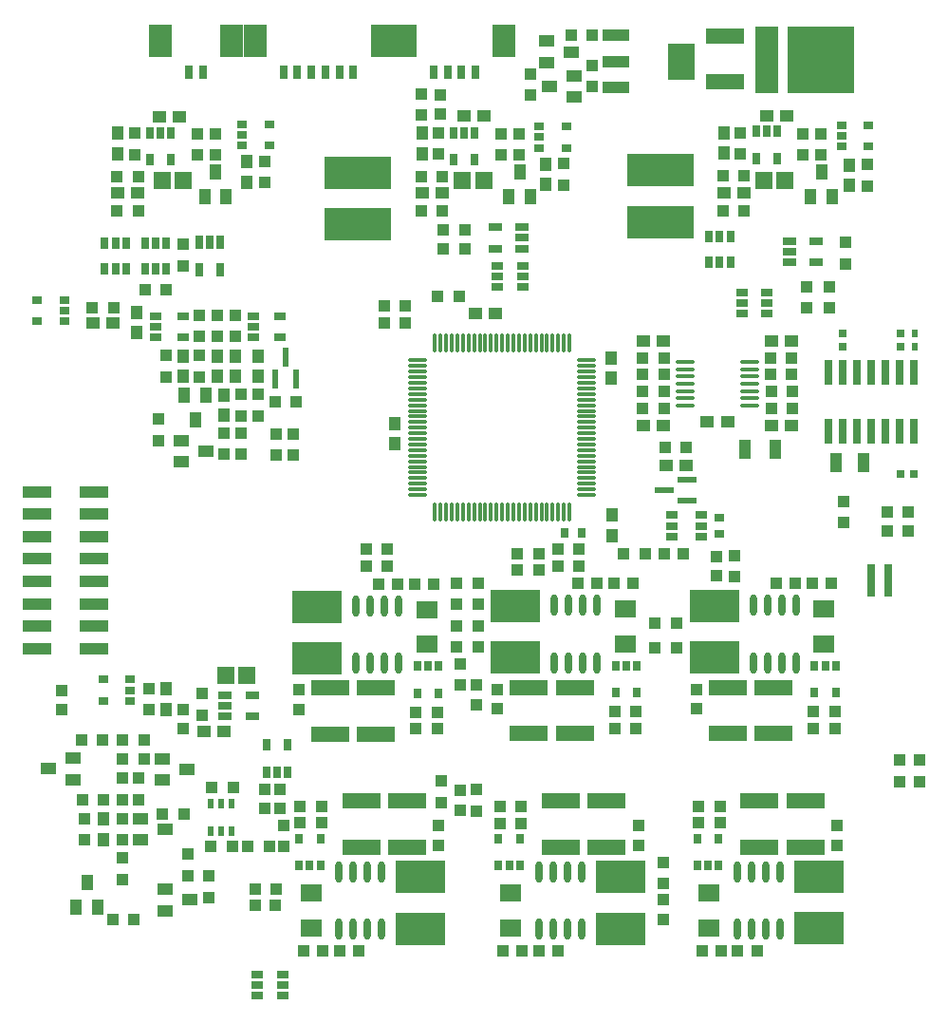
<source format=gbp>
%FSLAX44Y44*%
%MOMM*%
G71*
G01*
G75*
G04 Layer_Color=128*
%ADD10C,2.0000*%
%ADD11R,5.6000X6.3500*%
%ADD12R,0.9100X3.0000*%
%ADD13R,3.5000X1.4000*%
%ADD14R,1.4000X3.5000*%
%ADD15R,1.1000X1.1000*%
%ADD16R,1.0000X0.7000*%
%ADD17R,0.8000X1.3000*%
%ADD18R,2.1000X3.0000*%
%ADD19R,4.0000X4.0000*%
%ADD20R,6.0000X6.0000*%
%ADD21R,6.0000X2.0000*%
%ADD22R,4.5000X3.0000*%
%ADD23R,1.1000X1.2000*%
%ADD24R,1.5000X1.9000*%
%ADD25R,0.6100X1.2700*%
%ADD26R,3.9100X3.7500*%
%ADD27R,1.2000X1.1000*%
%ADD28R,1.0000X1.1000*%
G04:AMPARAMS|DCode=29|XSize=4mm|YSize=10mm|CornerRadius=1mm|HoleSize=0mm|Usage=FLASHONLY|Rotation=0.000|XOffset=0mm|YOffset=0mm|HoleType=Round|Shape=RoundedRectangle|*
%AMROUNDEDRECTD29*
21,1,4.0000,8.0000,0,0,0.0*
21,1,2.0000,10.0000,0,0,0.0*
1,1,2.0000,1.0000,-4.0000*
1,1,2.0000,-1.0000,-4.0000*
1,1,2.0000,-1.0000,4.0000*
1,1,2.0000,1.0000,4.0000*
%
%ADD29ROUNDEDRECTD29*%
%ADD30R,2.0000X1.2000*%
%ADD31R,3.2000X1.0000*%
%ADD32R,1.7500X0.6000*%
%ADD33R,2.8500X3.6000*%
%ADD34R,0.6500X1.0500*%
%ADD35C,0.6000*%
%ADD36C,0.5000*%
%ADD37C,0.2000*%
%ADD38C,0.3000*%
%ADD39C,3.0000*%
%ADD40C,0.8000*%
%ADD41C,1.0000*%
%ADD42C,0.9000*%
%ADD43C,2.5000*%
%ADD44R,7.4500X4.6250*%
%ADD45R,9.9750X4.0250*%
%ADD46R,5.1750X10.4000*%
%ADD47R,4.5050X10.5100*%
%ADD48R,6.0000X12.8250*%
%ADD49R,3.6750X7.1250*%
%ADD50R,4.4500X9.4500*%
%ADD51R,3.3500X4.9500*%
%ADD52R,2.7750X4.9500*%
%ADD53R,2.4750X3.0000*%
%ADD54R,1.6750X2.9750*%
%ADD55R,3.4750X1.4000*%
%ADD56R,1.9750X6.4580*%
%ADD57R,1.0000X0.5750*%
%ADD58R,6.0000X14.0500*%
%ADD59R,2.4000X2.8960*%
%ADD60R,6.1000X8.1000*%
%ADD61R,10.7750X4.8000*%
%ADD62R,7.8000X3.9750*%
%ADD63R,2.4320X7.9440*%
%ADD64R,3.8000X37.1000*%
%ADD65R,21.1000X4.0500*%
%ADD66R,10.8840X4.8000*%
%ADD67R,2.4000X6.0670*%
%ADD68R,52.1900X2.9500*%
%ADD69R,4.5050X14.9600*%
%ADD70R,0.9250X1.1250*%
%ADD71R,4.5300X15.0600*%
%ADD72R,4.3240X3.9600*%
%ADD73R,2.0500X3.1000*%
%ADD74R,2.0500X3.1500*%
%ADD75R,2.5750X2.6000*%
%ADD76R,2.0750X2.9750*%
%ADD77R,2.0500X2.4750*%
%ADD78R,2.5250X2.6750*%
%ADD79R,2.0750X1.9250*%
%ADD80R,2.0500X2.6500*%
%ADD81R,2.6500X3.9750*%
%ADD82R,2.0500X3.3750*%
%ADD83R,2.0500X3.8750*%
%ADD84R,2.0500X3.2750*%
%ADD85R,2.0500X3.4000*%
%ADD86R,2.0500X3.1250*%
%ADD87R,2.4250X1.3000*%
%ADD88R,22.6250X3.2250*%
%ADD89R,21.7000X7.1000*%
%ADD90R,3.2250X18.4000*%
%ADD91R,6.9750X10.0250*%
%ADD92C,1.5000*%
%ADD93C,2.5000*%
%ADD94C,4.0000*%
%ADD95R,1.5000X1.5000*%
%ADD96R,1.5000X1.5000*%
%ADD97C,0.8000*%
%ADD98C,1.0000*%
%ADD99C,1.2000*%
%ADD100C,6.0000*%
%ADD101C,1.7000*%
%ADD102C,1.8000*%
%ADD103C,0.6600*%
%ADD104C,1.5000*%
%ADD105C,0.4000*%
%ADD106C,0.2500*%
%ADD107R,3.3750X5.0250*%
%ADD108R,2.3750X1.3000*%
%ADD109R,2.4250X1.6250*%
%ADD110R,3.4250X0.7750*%
%ADD111R,2.6000X1.7250*%
%ADD112R,3.5250X0.8250*%
%ADD113R,2.4000X1.6250*%
%ADD114R,1.4500X2.4500*%
%ADD115R,2.6250X1.7750*%
%ADD116R,3.5250X0.9500*%
%ADD117R,3.3750X34.9250*%
%ADD118R,5.3250X2.3250*%
%ADD119R,6.0000X2.2500*%
%ADD120R,6.0750X2.3000*%
%ADD121C,5.8000*%
%ADD122C,1.0160*%
%ADD123C,2.0160*%
%ADD124C,1.9160*%
%ADD125C,1.3160*%
%ADD126C,1.5160*%
%ADD127C,1.6160*%
%ADD128C,1.8160*%
%ADD129C,0.2540*%
%ADD130C,3.5160*%
%ADD131C,3.2160*%
%ADD132C,4.0160*%
%ADD133C,1.3460*%
%ADD134R,2.3000X4.9750*%
%ADD135R,3.1000X1.5250*%
%ADD136R,2.5000X1.7250*%
%ADD137R,2.6750X1.7750*%
%ADD138R,3.6000X1.0000*%
%ADD139R,2.5250X1.6750*%
%ADD140R,1.5000X2.5250*%
%ADD141R,3.5500X0.8500*%
%ADD142R,2.7000X1.7500*%
%ADD143R,3.4250X1.0750*%
%ADD144R,3.5250X1.0500*%
%ADD145R,2.4250X1.7250*%
%ADD146R,2.4500X1.6500*%
%ADD147R,2.4500X1.2500*%
%ADD148R,5.3000X2.3000*%
%ADD149R,6.0250X2.3000*%
%ADD150R,6.0500X2.3250*%
%ADD151R,3.4250X34.9500*%
%ADD152C,0.2000*%
%ADD153R,0.9000X0.7000*%
%ADD154R,0.8000X0.7000*%
%ADD155R,0.7000X0.8000*%
%ADD156R,1.1000X1.1000*%
%ADD157R,1.3000X0.7000*%
%ADD158R,1.4000X1.0000*%
%ADD159R,1.0500X0.6500*%
%ADD160R,0.6500X0.9000*%
%ADD161R,1.0800X1.0500*%
%ADD162R,1.9000X1.5000*%
%ADD163R,1.1000X0.6500*%
%ADD164R,0.9000X0.6500*%
%ADD165R,0.6500X1.1000*%
%ADD166R,1.0000X1.4000*%
%ADD167R,6.0000X3.0000*%
%ADD168R,1.5000X1.6000*%
%ADD169O,0.6000X1.9500*%
%ADD170R,1.8000X0.6000*%
%ADD171R,1.0500X1.0800*%
%ADD172O,1.8000X0.3000*%
%ADD173O,0.3000X1.8000*%
%ADD174R,2.5000X1.0000*%
%ADD175R,0.6000X0.8000*%
%ADD176R,1.1000X1.8000*%
%ADD177R,0.6500X3.0000*%
%ADD178O,1.7000X0.3500*%
%ADD179R,0.7000X0.9000*%
%ADD180R,0.6500X2.2000*%
%ADD181R,2.4000X3.3000*%
%ADD182R,2.4000X1.0000*%
%ADD183R,0.6000X1.8000*%
%ADD184R,0.5500X0.9500*%
%ADD185R,6.0000X6.0000*%
%ADD186R,2.0000X6.0000*%
%ADD187R,1.0000X1.8000*%
%ADD188R,0.7000X1.3000*%
%ADD189R,2.1000X2.0000*%
%ADD190R,2.6500X3.0250*%
%ADD191R,2.2500X3.0000*%
%ADD192R,5.4000X2.4750*%
%ADD193R,6.1250X2.4250*%
%ADD194R,6.2500X2.4250*%
%ADD195R,3.5000X3.9000*%
%ADD196R,1.3000X3.2000*%
%ADD197R,4.9000X1.5000*%
%ADD198R,1.7000X3.2000*%
%ADD199R,13.8000X1.3000*%
%ADD200R,3.1000X4.5000*%
%ADD201R,52.4000X2.9500*%
%ADD202R,2.7000X3.3000*%
%ADD203R,7.1000X2.5000*%
%ADD204R,4.9000X2.7000*%
%ADD205R,4.7000X1.9000*%
%ADD206R,2.7000X3.5000*%
%ADD207R,2.7000X2.7000*%
%ADD208R,2.7000X1.8000*%
%ADD209R,2.7000X1.9000*%
%ADD210R,2.7000X3.9000*%
%ADD211R,2.7000X3.6000*%
%ADD212R,32.3500X1.3000*%
%ADD213R,0.6100X3.1400*%
%ADD214R,3.2000X1.7100*%
%ADD215R,2.4800X2.0750*%
%ADD216R,0.6000X1.8000*%
%ADD217R,0.6000X2.8900*%
%ADD218R,1.4900X1.4000*%
%ADD219R,2.4800X2.0270*%
%ADD220R,2.4800X2.0440*%
%ADD221R,2.4800X2.1920*%
%ADD222R,2.4800X1.9810*%
%ADD223R,0.6000X2.3100*%
%ADD224R,2.4800X2.0650*%
%ADD225R,7.8750X3.0000*%
%ADD226R,2.7000X12.4250*%
%ADD227R,15.4900X3.0000*%
%ADD228R,2.4750X2.8750*%
%ADD229R,2.4750X2.9000*%
%ADD230R,2.4750X4.2000*%
%ADD231R,1.0250X3.6500*%
%ADD232R,3.5250X2.3500*%
%ADD233R,2.2500X3.0000*%
D13*
X660710Y142190D02*
D03*
Y101190D02*
D03*
X305250Y101080D02*
D03*
Y142080D02*
D03*
X483360Y142060D02*
D03*
Y101060D02*
D03*
X591280Y243520D02*
D03*
Y202520D02*
D03*
X413890Y202500D02*
D03*
Y243500D02*
D03*
X236600Y242900D02*
D03*
Y201900D02*
D03*
X619710Y142190D02*
D03*
Y101190D02*
D03*
X264250Y101080D02*
D03*
Y142080D02*
D03*
X442360Y142060D02*
D03*
Y101060D02*
D03*
X632280Y243520D02*
D03*
Y202520D02*
D03*
X454890Y202500D02*
D03*
Y243500D02*
D03*
X277600Y242900D02*
D03*
Y201900D02*
D03*
X589000Y783000D02*
D03*
Y824000D02*
D03*
D15*
X204000Y469500D02*
D03*
Y450500D02*
D03*
X318000Y753500D02*
D03*
Y772500D02*
D03*
X696500Y640000D02*
D03*
Y621000D02*
D03*
X105000Y638500D02*
D03*
Y619500D02*
D03*
X662000Y600500D02*
D03*
Y581500D02*
D03*
X682000Y600500D02*
D03*
Y581500D02*
D03*
X195500Y101500D02*
D03*
Y120500D02*
D03*
X470000Y798000D02*
D03*
Y779000D02*
D03*
X122000Y237750D02*
D03*
Y218750D02*
D03*
X415000Y771500D02*
D03*
Y790500D02*
D03*
X109500Y95000D02*
D03*
Y76000D02*
D03*
X65500Y143500D02*
D03*
Y162500D02*
D03*
X51000Y107500D02*
D03*
Y126500D02*
D03*
Y143500D02*
D03*
Y162500D02*
D03*
X51000Y91500D02*
D03*
Y72500D02*
D03*
X17000Y126500D02*
D03*
Y107500D02*
D03*
X90000Y539500D02*
D03*
Y520500D02*
D03*
X157000Y504500D02*
D03*
Y485500D02*
D03*
X142000Y451500D02*
D03*
Y470500D02*
D03*
X172000Y485500D02*
D03*
Y504500D02*
D03*
X157000Y451500D02*
D03*
Y470500D02*
D03*
X120000Y556500D02*
D03*
Y575500D02*
D03*
X83000Y463500D02*
D03*
Y482500D02*
D03*
X120000Y520500D02*
D03*
Y539500D02*
D03*
X152000Y556500D02*
D03*
Y575500D02*
D03*
X136000Y556500D02*
D03*
Y575500D02*
D03*
X602660Y738040D02*
D03*
Y719040D02*
D03*
X333320Y737810D02*
D03*
Y718810D02*
D03*
X62000Y737500D02*
D03*
Y718500D02*
D03*
X674660Y718040D02*
D03*
Y737040D02*
D03*
X405320Y717810D02*
D03*
Y736810D02*
D03*
X133840Y717830D02*
D03*
Y736830D02*
D03*
X658660Y737040D02*
D03*
Y718040D02*
D03*
X389320Y736810D02*
D03*
Y717810D02*
D03*
X117840Y736830D02*
D03*
Y717830D02*
D03*
X128000Y75500D02*
D03*
Y56500D02*
D03*
X695000Y390500D02*
D03*
Y409500D02*
D03*
X75000Y223500D02*
D03*
Y242500D02*
D03*
X178000Y712500D02*
D03*
Y693500D02*
D03*
X445000Y710500D02*
D03*
Y691500D02*
D03*
X716000Y709500D02*
D03*
Y690500D02*
D03*
X353000Y245500D02*
D03*
Y264500D02*
D03*
X597000Y361000D02*
D03*
Y342000D02*
D03*
X367000Y152500D02*
D03*
Y133500D02*
D03*
X534000Y68500D02*
D03*
Y87500D02*
D03*
X745000Y159500D02*
D03*
Y178500D02*
D03*
X762000Y159500D02*
D03*
Y178500D02*
D03*
X335500Y141000D02*
D03*
Y160000D02*
D03*
X188500Y469500D02*
D03*
Y450500D02*
D03*
D16*
X567500Y378000D02*
D03*
Y387500D02*
D03*
Y397000D02*
D03*
X541500Y397000D02*
D03*
Y387500D02*
D03*
Y378000D02*
D03*
D17*
X232250Y791500D02*
D03*
X219750D02*
D03*
X207250D02*
D03*
X194750D02*
D03*
X244750D02*
D03*
X257250D02*
D03*
X366250D02*
D03*
X353750D02*
D03*
X341250D02*
D03*
X328750D02*
D03*
X123000Y791500D02*
D03*
X110500D02*
D03*
D18*
X169390Y819880D02*
D03*
X282890D02*
D03*
X391890Y819880D02*
D03*
X303390D02*
D03*
X148640Y819880D02*
D03*
X85140D02*
D03*
D22*
X672710Y28690D02*
D03*
Y74690D02*
D03*
X317250Y28580D02*
D03*
Y74580D02*
D03*
X495360Y28560D02*
D03*
Y74560D02*
D03*
X579280Y316020D02*
D03*
Y270020D02*
D03*
X401890Y316000D02*
D03*
Y270000D02*
D03*
X224600Y315400D02*
D03*
Y269400D02*
D03*
D23*
X172000Y539000D02*
D03*
Y521000D02*
D03*
X136000Y539000D02*
D03*
Y521000D02*
D03*
X487000Y537000D02*
D03*
Y519000D02*
D03*
X294000Y479000D02*
D03*
Y461000D02*
D03*
X34000Y126000D02*
D03*
Y108000D02*
D03*
X105000Y539000D02*
D03*
Y521000D02*
D03*
X142000Y504000D02*
D03*
Y486000D02*
D03*
X152000Y521000D02*
D03*
Y539000D02*
D03*
X587660Y737540D02*
D03*
Y719540D02*
D03*
X318320Y737310D02*
D03*
Y719310D02*
D03*
X46840Y737330D02*
D03*
Y719330D02*
D03*
X90000Y224000D02*
D03*
Y242000D02*
D03*
X64000Y578000D02*
D03*
Y560000D02*
D03*
X162000Y694000D02*
D03*
Y712000D02*
D03*
X429000Y692000D02*
D03*
Y710000D02*
D03*
X700000Y691000D02*
D03*
Y709000D02*
D03*
X488000Y379000D02*
D03*
Y397000D02*
D03*
D27*
X124000Y204000D02*
D03*
X142000D02*
D03*
X644000Y753000D02*
D03*
X626000D02*
D03*
X374000D02*
D03*
X356000D02*
D03*
X102000Y752000D02*
D03*
X84000D02*
D03*
X43000Y568000D02*
D03*
X25000D02*
D03*
X383750Y577000D02*
D03*
X365750D02*
D03*
X573000Y480250D02*
D03*
X591000D02*
D03*
X516000Y552250D02*
D03*
X534000D02*
D03*
X516000Y477250D02*
D03*
X534000D02*
D03*
X648500Y477250D02*
D03*
X630500D02*
D03*
X648000Y552250D02*
D03*
X630000D02*
D03*
X554000Y441500D02*
D03*
X536000D02*
D03*
X587660Y684290D02*
D03*
X605660D02*
D03*
X318320Y684060D02*
D03*
X336320D02*
D03*
X46840Y684080D02*
D03*
X64840D02*
D03*
D28*
X178000Y135500D02*
D03*
Y152500D02*
D03*
X334500Y771500D02*
D03*
Y754500D02*
D03*
X105000Y223500D02*
D03*
Y206500D02*
D03*
X-3000Y240500D02*
D03*
Y223500D02*
D03*
X244751Y8580D02*
D03*
X261751D02*
D03*
X422861Y8560D02*
D03*
X439861D02*
D03*
X651779Y336020D02*
D03*
X634779D02*
D03*
X474389Y336000D02*
D03*
X457389D02*
D03*
X297099Y335400D02*
D03*
X280099D02*
D03*
X568211Y8690D02*
D03*
X585211D02*
D03*
X212751Y8580D02*
D03*
X229751D02*
D03*
X390861Y8560D02*
D03*
X407861D02*
D03*
X683779Y336020D02*
D03*
X666779D02*
D03*
X506389Y336000D02*
D03*
X489389D02*
D03*
X329099Y335400D02*
D03*
X312099D02*
D03*
X191500Y135500D02*
D03*
Y152500D02*
D03*
X600211Y8690D02*
D03*
X617211D02*
D03*
D34*
X574500Y645250D02*
D03*
X584000D02*
D03*
X593500D02*
D03*
Y622750D02*
D03*
X584000D02*
D03*
X574500D02*
D03*
X35500Y639250D02*
D03*
X45000D02*
D03*
X54500D02*
D03*
Y616750D02*
D03*
X45000D02*
D03*
X35500D02*
D03*
X71500D02*
D03*
X81000D02*
D03*
X90500D02*
D03*
Y639250D02*
D03*
X81000D02*
D03*
X71500D02*
D03*
D153*
X583500Y395000D02*
D03*
Y380000D02*
D03*
D154*
X757500Y434000D02*
D03*
X745500D02*
D03*
D155*
X694000Y547000D02*
D03*
Y559000D02*
D03*
X745500Y559000D02*
D03*
Y547000D02*
D03*
D156*
X131000Y154500D02*
D03*
X150000D02*
D03*
X182000Y101500D02*
D03*
X163000D02*
D03*
X149000D02*
D03*
X130000D02*
D03*
X752500Y400000D02*
D03*
X733500D02*
D03*
X752500Y383000D02*
D03*
X733500D02*
D03*
X439500Y352000D02*
D03*
X458500D02*
D03*
X368500Y318000D02*
D03*
X349500D02*
D03*
X422500Y348000D02*
D03*
X403500D02*
D03*
X526500Y301000D02*
D03*
X545500D02*
D03*
X349500Y298000D02*
D03*
X368500D02*
D03*
X287500Y352000D02*
D03*
X268500D02*
D03*
X458500Y367000D02*
D03*
X439500D02*
D03*
X349500Y336000D02*
D03*
X368500D02*
D03*
X403500Y363000D02*
D03*
X422500D02*
D03*
X545500Y279000D02*
D03*
X526500D02*
D03*
X368500Y280000D02*
D03*
X349500D02*
D03*
X268500Y367000D02*
D03*
X287500D02*
D03*
X90500Y598000D02*
D03*
X71500D02*
D03*
X356500Y651000D02*
D03*
X337500D02*
D03*
X337500Y634000D02*
D03*
X356500D02*
D03*
X470500Y824500D02*
D03*
X451500D02*
D03*
X515500Y537250D02*
D03*
X534500D02*
D03*
X515500Y492250D02*
D03*
X534500D02*
D03*
X649000Y492250D02*
D03*
X630000D02*
D03*
X648500Y537250D02*
D03*
X629500D02*
D03*
X534500Y522250D02*
D03*
X515500D02*
D03*
X515500Y507250D02*
D03*
X534500D02*
D03*
X630000Y507250D02*
D03*
X649000D02*
D03*
X648500Y522250D02*
D03*
X629500D02*
D03*
X554500Y457500D02*
D03*
X535500D02*
D03*
X584210Y137690D02*
D03*
X565210D02*
D03*
X228750Y137580D02*
D03*
X209750D02*
D03*
X406860Y137560D02*
D03*
X387860D02*
D03*
X667780Y207020D02*
D03*
X686780D02*
D03*
X490390Y207000D02*
D03*
X509390D02*
D03*
X313100Y206400D02*
D03*
X332100D02*
D03*
X584210Y122690D02*
D03*
X565210D02*
D03*
X228750Y122580D02*
D03*
X209750D02*
D03*
X406860Y122560D02*
D03*
X387860D02*
D03*
X667780Y222020D02*
D03*
X686780D02*
D03*
X490390Y222000D02*
D03*
X509390D02*
D03*
X313100Y221400D02*
D03*
X332100D02*
D03*
X42500Y37000D02*
D03*
X61500D02*
D03*
X87000Y131000D02*
D03*
X106000D02*
D03*
X70500Y197000D02*
D03*
X51500D02*
D03*
X51500Y180000D02*
D03*
X70500D02*
D03*
X14500Y197000D02*
D03*
X33500D02*
D03*
X15500Y143000D02*
D03*
X34500D02*
D03*
X206500Y498000D02*
D03*
X187500D02*
D03*
X587160Y699290D02*
D03*
X606160D02*
D03*
X317820Y699060D02*
D03*
X336820D02*
D03*
X46340Y699080D02*
D03*
X65340D02*
D03*
X606160Y668290D02*
D03*
X587160D02*
D03*
X336820Y668060D02*
D03*
X317820D02*
D03*
X65340Y668080D02*
D03*
X46340D02*
D03*
X284500Y568000D02*
D03*
X303500D02*
D03*
X284500Y584000D02*
D03*
X303500D02*
D03*
X332500Y592000D02*
D03*
X351500D02*
D03*
X43500Y582000D02*
D03*
X24500D02*
D03*
X498500Y363000D02*
D03*
X517500D02*
D03*
X169500Y64000D02*
D03*
X188500D02*
D03*
D157*
X408000Y653750D02*
D03*
Y644250D02*
D03*
Y634750D02*
D03*
X384000D02*
D03*
Y653750D02*
D03*
X670000Y622500D02*
D03*
Y641500D02*
D03*
X646000D02*
D03*
Y632000D02*
D03*
Y622500D02*
D03*
X143000Y217500D02*
D03*
Y227000D02*
D03*
Y236500D02*
D03*
X167000D02*
D03*
Y217500D02*
D03*
D158*
X431999Y779000D02*
D03*
X454001Y769500D02*
D03*
Y788500D02*
D03*
X452001Y810000D02*
D03*
X429999Y819500D02*
D03*
Y800500D02*
D03*
X111001Y54000D02*
D03*
X88999Y63500D02*
D03*
Y44500D02*
D03*
X109156Y170343D02*
D03*
X87155Y179843D02*
D03*
Y160844D02*
D03*
X89001Y117000D02*
D03*
X66999Y126500D02*
D03*
Y107500D02*
D03*
X-14501Y171000D02*
D03*
X7501Y161500D02*
D03*
Y180500D02*
D03*
X126001Y454000D02*
D03*
X103999Y463500D02*
D03*
Y444500D02*
D03*
D159*
X194250Y-12500D02*
D03*
Y-22000D02*
D03*
Y-31500D02*
D03*
X171750D02*
D03*
Y-22000D02*
D03*
Y-12500D02*
D03*
X626250Y576500D02*
D03*
Y586000D02*
D03*
Y595500D02*
D03*
X603750D02*
D03*
Y586000D02*
D03*
Y576500D02*
D03*
X385750Y619500D02*
D03*
Y610000D02*
D03*
Y600500D02*
D03*
X408250D02*
D03*
Y610000D02*
D03*
Y619500D02*
D03*
D160*
X227750Y108580D02*
D03*
X208750D02*
D03*
Y84580D02*
D03*
X218250D02*
D03*
X227750D02*
D03*
X405860Y108560D02*
D03*
X386860D02*
D03*
Y84560D02*
D03*
X396360D02*
D03*
X405860D02*
D03*
X668780Y239020D02*
D03*
X687780D02*
D03*
Y263020D02*
D03*
X678280D02*
D03*
X668780D02*
D03*
X491390Y239000D02*
D03*
X510390D02*
D03*
Y263000D02*
D03*
X500890D02*
D03*
X491390D02*
D03*
X314100Y238400D02*
D03*
X333100D02*
D03*
Y262400D02*
D03*
X323600D02*
D03*
X314100D02*
D03*
X583210Y108690D02*
D03*
X564210D02*
D03*
Y84690D02*
D03*
X573710D02*
D03*
X583210D02*
D03*
D161*
X333250Y120330D02*
D03*
Y102830D02*
D03*
X511360Y120310D02*
D03*
Y102810D02*
D03*
X563280Y224270D02*
D03*
Y241770D02*
D03*
X385890Y224250D02*
D03*
Y241750D02*
D03*
X208600Y223650D02*
D03*
Y241150D02*
D03*
X367000Y228250D02*
D03*
Y245750D02*
D03*
X581500Y342750D02*
D03*
Y360250D02*
D03*
X353000Y134250D02*
D03*
Y151750D02*
D03*
X534000Y36750D02*
D03*
Y54250D02*
D03*
X688710Y120440D02*
D03*
Y102940D02*
D03*
D162*
X219250Y60080D02*
D03*
Y29080D02*
D03*
X397360Y60060D02*
D03*
Y29060D02*
D03*
X677280Y282520D02*
D03*
Y313520D02*
D03*
X499890Y282500D02*
D03*
Y313500D02*
D03*
X322600Y281900D02*
D03*
Y312900D02*
D03*
X574710Y60190D02*
D03*
Y29190D02*
D03*
D163*
X105000Y555500D02*
D03*
Y574500D02*
D03*
X81000D02*
D03*
Y565000D02*
D03*
Y555500D02*
D03*
X192000D02*
D03*
Y574500D02*
D03*
X168000D02*
D03*
Y565000D02*
D03*
Y555500D02*
D03*
D164*
X34000Y250500D02*
D03*
Y231500D02*
D03*
X58000D02*
D03*
Y241000D02*
D03*
Y250500D02*
D03*
X-24600Y588800D02*
D03*
Y569800D02*
D03*
X-600D02*
D03*
Y579300D02*
D03*
Y588800D02*
D03*
X717000Y725500D02*
D03*
Y744500D02*
D03*
X693000D02*
D03*
Y735000D02*
D03*
Y725500D02*
D03*
X447000Y724500D02*
D03*
Y743500D02*
D03*
X423000D02*
D03*
Y734000D02*
D03*
Y724500D02*
D03*
X182000Y726500D02*
D03*
Y745500D02*
D03*
X158000D02*
D03*
Y736000D02*
D03*
Y726500D02*
D03*
D165*
X616500Y715000D02*
D03*
X635500D02*
D03*
Y739000D02*
D03*
X626000D02*
D03*
X616500D02*
D03*
X346500Y714000D02*
D03*
X365500D02*
D03*
Y738000D02*
D03*
X356000D02*
D03*
X346500D02*
D03*
X75500Y714000D02*
D03*
X94500D02*
D03*
Y738000D02*
D03*
X85000D02*
D03*
X75500D02*
D03*
X198500Y192000D02*
D03*
X179500D02*
D03*
Y168000D02*
D03*
X189000D02*
D03*
X198500D02*
D03*
D166*
X116000Y481999D02*
D03*
X125500Y504001D02*
D03*
X106500D02*
D03*
X674910Y703041D02*
D03*
X665410Y681039D02*
D03*
X684410D02*
D03*
X405570Y702811D02*
D03*
X396070Y680809D02*
D03*
X415070D02*
D03*
X134090Y702831D02*
D03*
X124590Y680829D02*
D03*
X143590D02*
D03*
X19500Y69501D02*
D03*
X10000Y47499D02*
D03*
X29000D02*
D03*
D167*
X261500Y656000D02*
D03*
Y702000D02*
D03*
X531500Y658500D02*
D03*
Y704500D02*
D03*
D168*
X642500Y695000D02*
D03*
X623500D02*
D03*
X373500D02*
D03*
X354500D02*
D03*
X105500D02*
D03*
X86500D02*
D03*
X143500Y254000D02*
D03*
X162500D02*
D03*
D169*
X474520Y265480D02*
D03*
X461820D02*
D03*
X449120D02*
D03*
X436420D02*
D03*
X474520Y316480D02*
D03*
X461820D02*
D03*
X449120D02*
D03*
X436420D02*
D03*
X651910Y265500D02*
D03*
X639210D02*
D03*
X626510D02*
D03*
X613810D02*
D03*
X651910Y316500D02*
D03*
X639210D02*
D03*
X626510D02*
D03*
X613810D02*
D03*
X422730Y79080D02*
D03*
X435430D02*
D03*
X448130D02*
D03*
X460830D02*
D03*
X422730Y28080D02*
D03*
X435430D02*
D03*
X448130D02*
D03*
X460830D02*
D03*
X244620Y79100D02*
D03*
X257320D02*
D03*
X270020D02*
D03*
X282720D02*
D03*
X244620Y28100D02*
D03*
X257320D02*
D03*
X270020D02*
D03*
X282720D02*
D03*
X600080Y79210D02*
D03*
X612780D02*
D03*
X625480D02*
D03*
X638180D02*
D03*
X600080Y28210D02*
D03*
X612780D02*
D03*
X625480D02*
D03*
X638180D02*
D03*
X297230Y264880D02*
D03*
X284530D02*
D03*
X271830D02*
D03*
X259130D02*
D03*
X297230Y315880D02*
D03*
X284530D02*
D03*
X271830D02*
D03*
X259130D02*
D03*
D170*
X555000Y429000D02*
D03*
Y410000D02*
D03*
X535000Y419500D02*
D03*
D171*
X551750Y363000D02*
D03*
X534250D02*
D03*
X187250Y49500D02*
D03*
X169750D02*
D03*
D172*
X465500Y415000D02*
D03*
Y420000D02*
D03*
Y425000D02*
D03*
Y430000D02*
D03*
Y435000D02*
D03*
Y440000D02*
D03*
Y445000D02*
D03*
Y450000D02*
D03*
Y455000D02*
D03*
Y460000D02*
D03*
Y465000D02*
D03*
Y470000D02*
D03*
Y475000D02*
D03*
Y480000D02*
D03*
Y485000D02*
D03*
Y490000D02*
D03*
Y495000D02*
D03*
Y500000D02*
D03*
Y505000D02*
D03*
Y510000D02*
D03*
Y515000D02*
D03*
Y520000D02*
D03*
Y525000D02*
D03*
Y530000D02*
D03*
Y535000D02*
D03*
X314500D02*
D03*
Y530000D02*
D03*
Y525000D02*
D03*
Y520000D02*
D03*
Y515000D02*
D03*
Y510000D02*
D03*
Y505000D02*
D03*
Y500000D02*
D03*
Y495000D02*
D03*
Y490000D02*
D03*
Y485000D02*
D03*
Y480000D02*
D03*
Y475000D02*
D03*
Y470000D02*
D03*
Y465000D02*
D03*
Y460000D02*
D03*
Y455000D02*
D03*
Y450000D02*
D03*
Y445000D02*
D03*
Y440000D02*
D03*
Y435000D02*
D03*
Y430000D02*
D03*
Y425000D02*
D03*
Y420000D02*
D03*
Y415000D02*
D03*
D173*
X450000Y550500D02*
D03*
X445000D02*
D03*
X440000D02*
D03*
X435000D02*
D03*
X430000D02*
D03*
X425000D02*
D03*
X420000D02*
D03*
X415000D02*
D03*
X410000D02*
D03*
X405000D02*
D03*
X400000D02*
D03*
X395000D02*
D03*
X390000D02*
D03*
X385000D02*
D03*
X380000D02*
D03*
X375000D02*
D03*
X370000D02*
D03*
X365000D02*
D03*
X360000D02*
D03*
X355000D02*
D03*
X350000D02*
D03*
X345000D02*
D03*
X340000D02*
D03*
X335000D02*
D03*
X330000D02*
D03*
Y399500D02*
D03*
X335000D02*
D03*
X340000D02*
D03*
X345000D02*
D03*
X350000D02*
D03*
X355000D02*
D03*
X360000D02*
D03*
X365000D02*
D03*
X370000D02*
D03*
X375000D02*
D03*
X380000D02*
D03*
X385000D02*
D03*
X390000D02*
D03*
X395000D02*
D03*
X400000D02*
D03*
X405000D02*
D03*
X410000D02*
D03*
X415000D02*
D03*
X420000D02*
D03*
X425000D02*
D03*
X430000D02*
D03*
X435000D02*
D03*
X440000D02*
D03*
X445000D02*
D03*
X450000D02*
D03*
D174*
X25400Y277980D02*
D03*
X-25400D02*
D03*
X25400Y297980D02*
D03*
X-25400D02*
D03*
X25400Y317980D02*
D03*
X-25400D02*
D03*
X25400Y337980D02*
D03*
X-25400D02*
D03*
X25400Y357980D02*
D03*
X-25400D02*
D03*
X25400Y377980D02*
D03*
X-25400D02*
D03*
X25400Y397980D02*
D03*
X-25400D02*
D03*
Y417980D02*
D03*
X25400D02*
D03*
D175*
X758000Y547000D02*
D03*
Y559000D02*
D03*
D176*
X633500Y455500D02*
D03*
X606500D02*
D03*
D177*
X719500Y338500D02*
D03*
X734500D02*
D03*
D178*
X553500Y494750D02*
D03*
Y501250D02*
D03*
Y507750D02*
D03*
Y514250D02*
D03*
Y520750D02*
D03*
Y527250D02*
D03*
Y533750D02*
D03*
X610500Y494750D02*
D03*
Y501250D02*
D03*
Y507750D02*
D03*
Y514250D02*
D03*
Y520750D02*
D03*
Y527250D02*
D03*
Y533750D02*
D03*
D179*
X461000Y381000D02*
D03*
X446000D02*
D03*
D180*
X680900Y524000D02*
D03*
X693600D02*
D03*
X706300D02*
D03*
X719000D02*
D03*
X731700D02*
D03*
X744400D02*
D03*
X757100D02*
D03*
X680900Y472000D02*
D03*
X693600D02*
D03*
X706300D02*
D03*
X719000D02*
D03*
X731700D02*
D03*
X744400D02*
D03*
X757100D02*
D03*
D181*
X549500Y801500D02*
D03*
D182*
X491500Y824500D02*
D03*
Y801500D02*
D03*
Y778500D02*
D03*
D183*
X197000Y538000D02*
D03*
X187500Y518000D02*
D03*
X206500D02*
D03*
D184*
X129500Y115750D02*
D03*
X139000D02*
D03*
X148500D02*
D03*
Y140250D02*
D03*
X139000D02*
D03*
X129500D02*
D03*
D185*
X674100Y802500D02*
D03*
D186*
X626000D02*
D03*
D187*
X687500Y443500D02*
D03*
X712500D02*
D03*
D188*
X119500Y616000D02*
D03*
X138500D02*
D03*
Y640000D02*
D03*
X129000D02*
D03*
X119500D02*
D03*
M02*

</source>
